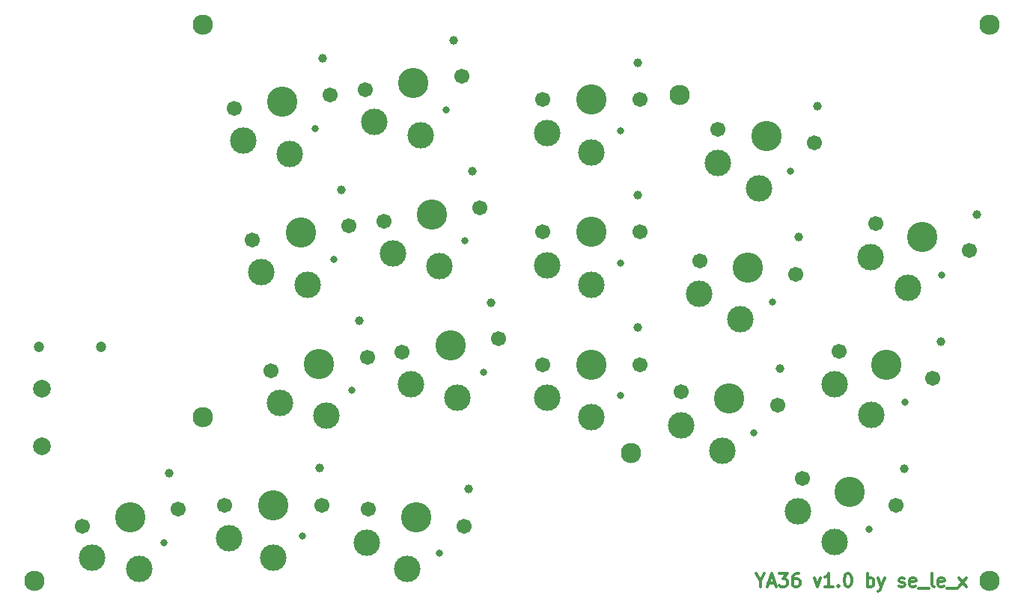
<source format=gbr>
G04 #@! TF.GenerationSoftware,KiCad,Pcbnew,(5.1.9)-1*
G04 #@! TF.CreationDate,2021-03-06T18:05:25-05:00*
G04 #@! TF.ProjectId,ya36,79613336-2e6b-4696-9361-645f70636258,rev?*
G04 #@! TF.SameCoordinates,Original*
G04 #@! TF.FileFunction,Soldermask,Top*
G04 #@! TF.FilePolarity,Negative*
%FSLAX46Y46*%
G04 Gerber Fmt 4.6, Leading zero omitted, Abs format (unit mm)*
G04 Created by KiCad (PCBNEW (5.1.9)-1) date 2021-03-06 18:05:25*
%MOMM*%
%LPD*%
G01*
G04 APERTURE LIST*
%ADD10C,0.300000*%
%ADD11C,0.990600*%
%ADD12C,3.000000*%
%ADD13C,3.429000*%
%ADD14C,1.701800*%
%ADD15C,0.800000*%
%ADD16C,2.300000*%
%ADD17C,2.000000*%
%ADD18C,1.200000*%
G04 APERTURE END LIST*
D10*
X237071428Y-114964285D02*
X237071428Y-115678571D01*
X236571428Y-114178571D02*
X237071428Y-114964285D01*
X237571428Y-114178571D01*
X238000000Y-115250000D02*
X238714285Y-115250000D01*
X237857142Y-115678571D02*
X238357142Y-114178571D01*
X238857142Y-115678571D01*
X239214285Y-114178571D02*
X240142857Y-114178571D01*
X239642857Y-114750000D01*
X239857142Y-114750000D01*
X240000000Y-114821428D01*
X240071428Y-114892857D01*
X240142857Y-115035714D01*
X240142857Y-115392857D01*
X240071428Y-115535714D01*
X240000000Y-115607142D01*
X239857142Y-115678571D01*
X239428571Y-115678571D01*
X239285714Y-115607142D01*
X239214285Y-115535714D01*
X241428571Y-114178571D02*
X241142857Y-114178571D01*
X241000000Y-114250000D01*
X240928571Y-114321428D01*
X240785714Y-114535714D01*
X240714285Y-114821428D01*
X240714285Y-115392857D01*
X240785714Y-115535714D01*
X240857142Y-115607142D01*
X241000000Y-115678571D01*
X241285714Y-115678571D01*
X241428571Y-115607142D01*
X241500000Y-115535714D01*
X241571428Y-115392857D01*
X241571428Y-115035714D01*
X241500000Y-114892857D01*
X241428571Y-114821428D01*
X241285714Y-114750000D01*
X241000000Y-114750000D01*
X240857142Y-114821428D01*
X240785714Y-114892857D01*
X240714285Y-115035714D01*
X243214285Y-114678571D02*
X243571428Y-115678571D01*
X243928571Y-114678571D01*
X245285714Y-115678571D02*
X244428571Y-115678571D01*
X244857142Y-115678571D02*
X244857142Y-114178571D01*
X244714285Y-114392857D01*
X244571428Y-114535714D01*
X244428571Y-114607142D01*
X245928571Y-115535714D02*
X246000000Y-115607142D01*
X245928571Y-115678571D01*
X245857142Y-115607142D01*
X245928571Y-115535714D01*
X245928571Y-115678571D01*
X246928571Y-114178571D02*
X247071428Y-114178571D01*
X247214285Y-114250000D01*
X247285714Y-114321428D01*
X247357142Y-114464285D01*
X247428571Y-114750000D01*
X247428571Y-115107142D01*
X247357142Y-115392857D01*
X247285714Y-115535714D01*
X247214285Y-115607142D01*
X247071428Y-115678571D01*
X246928571Y-115678571D01*
X246785714Y-115607142D01*
X246714285Y-115535714D01*
X246642857Y-115392857D01*
X246571428Y-115107142D01*
X246571428Y-114750000D01*
X246642857Y-114464285D01*
X246714285Y-114321428D01*
X246785714Y-114250000D01*
X246928571Y-114178571D01*
X249214285Y-115678571D02*
X249214285Y-114178571D01*
X249214285Y-114750000D02*
X249357142Y-114678571D01*
X249642857Y-114678571D01*
X249785714Y-114750000D01*
X249857142Y-114821428D01*
X249928571Y-114964285D01*
X249928571Y-115392857D01*
X249857142Y-115535714D01*
X249785714Y-115607142D01*
X249642857Y-115678571D01*
X249357142Y-115678571D01*
X249214285Y-115607142D01*
X250428571Y-114678571D02*
X250785714Y-115678571D01*
X251142857Y-114678571D02*
X250785714Y-115678571D01*
X250642857Y-116035714D01*
X250571428Y-116107142D01*
X250428571Y-116178571D01*
X252785714Y-115607142D02*
X252928571Y-115678571D01*
X253214285Y-115678571D01*
X253357142Y-115607142D01*
X253428571Y-115464285D01*
X253428571Y-115392857D01*
X253357142Y-115250000D01*
X253214285Y-115178571D01*
X253000000Y-115178571D01*
X252857142Y-115107142D01*
X252785714Y-114964285D01*
X252785714Y-114892857D01*
X252857142Y-114750000D01*
X253000000Y-114678571D01*
X253214285Y-114678571D01*
X253357142Y-114750000D01*
X254642857Y-115607142D02*
X254500000Y-115678571D01*
X254214285Y-115678571D01*
X254071428Y-115607142D01*
X254000000Y-115464285D01*
X254000000Y-114892857D01*
X254071428Y-114750000D01*
X254214285Y-114678571D01*
X254500000Y-114678571D01*
X254642857Y-114750000D01*
X254714285Y-114892857D01*
X254714285Y-115035714D01*
X254000000Y-115178571D01*
X255000000Y-115821428D02*
X256142857Y-115821428D01*
X256714285Y-115678571D02*
X256571428Y-115607142D01*
X256500000Y-115464285D01*
X256500000Y-114178571D01*
X257857142Y-115607142D02*
X257714285Y-115678571D01*
X257428571Y-115678571D01*
X257285714Y-115607142D01*
X257214285Y-115464285D01*
X257214285Y-114892857D01*
X257285714Y-114750000D01*
X257428571Y-114678571D01*
X257714285Y-114678571D01*
X257857142Y-114750000D01*
X257928571Y-114892857D01*
X257928571Y-115035714D01*
X257214285Y-115178571D01*
X258214285Y-115821428D02*
X259357142Y-115821428D01*
X259571428Y-115678571D02*
X260357142Y-114678571D01*
X259571428Y-114678571D02*
X260357142Y-115678571D01*
D11*
X206613864Y-83468412D03*
D12*
X202857272Y-94246116D03*
D13*
X202029192Y-88354021D03*
D12*
X197599751Y-92763392D03*
D14*
X207475666Y-87588569D03*
X196582718Y-89119473D03*
D15*
X205759426Y-91364167D03*
D11*
X191759843Y-85556008D03*
D12*
X188003251Y-96333712D03*
D13*
X187175171Y-90441617D03*
D12*
X182745730Y-94850988D03*
D14*
X192621645Y-89676165D03*
X181728697Y-91207069D03*
D15*
X190905405Y-93451763D03*
D11*
X187220000Y-102212426D03*
D12*
X182000000Y-112362426D03*
D13*
X182000000Y-106412426D03*
D12*
X177000000Y-110162426D03*
D14*
X187500000Y-106412426D03*
X176500000Y-106412426D03*
D15*
X185275000Y-109912426D03*
D11*
X223220000Y-86300000D03*
D12*
X218000000Y-96450000D03*
D13*
X218000000Y-90500000D03*
D12*
X213000000Y-94250000D03*
D14*
X223500000Y-90500000D03*
X212500000Y-90500000D03*
D15*
X221275000Y-94000000D03*
D11*
X170222955Y-102786093D03*
D12*
X166844788Y-113688335D03*
D13*
X165811581Y-107828729D03*
D12*
X161538723Y-112389999D03*
D14*
X171228024Y-106873664D03*
X160395138Y-108783794D03*
D15*
X169644595Y-110706858D03*
D11*
X204058439Y-104598980D03*
D12*
X197155213Y-113688335D03*
D13*
X198188420Y-107828729D03*
D12*
X192613201Y-110653517D03*
D14*
X203604863Y-108783794D03*
X192771977Y-106873664D03*
D15*
X200805897Y-111844254D03*
D16*
X263000000Y-52000000D03*
D17*
X155850000Y-93250000D03*
X155850000Y-99750000D03*
D16*
X263000000Y-115000000D03*
X222500000Y-100500000D03*
X174000000Y-52000000D03*
X228000000Y-60000000D03*
D18*
X162500000Y-88500000D03*
X155500000Y-88500000D03*
D16*
X174000000Y-96500000D03*
X155000000Y-115000000D03*
D11*
X223220000Y-56300000D03*
D12*
X218000000Y-66450000D03*
D13*
X218000000Y-60500000D03*
D12*
X213000000Y-64250000D03*
D14*
X223500000Y-60500000D03*
X212500000Y-60500000D03*
D15*
X221275000Y-64000000D03*
D11*
X241427438Y-76067357D03*
D12*
X234845632Y-85392094D03*
D13*
X235673712Y-79499999D03*
D12*
X230200473Y-82517639D03*
D14*
X241120186Y-80265451D03*
X230227238Y-78734547D03*
D15*
X238429734Y-83421729D03*
D11*
X189672246Y-70701987D03*
D12*
X185915654Y-81479691D03*
D13*
X185087574Y-75587596D03*
D12*
X180658133Y-79996967D03*
D14*
X190534048Y-74822144D03*
X179641100Y-76353048D03*
D15*
X188817808Y-78597742D03*
D11*
X239339841Y-90921379D03*
D12*
X232758035Y-100246116D03*
D13*
X233586115Y-94354021D03*
D12*
X228112876Y-97371661D03*
D14*
X239032589Y-95119473D03*
X228139641Y-93588569D03*
D15*
X236342137Y-98275751D03*
D11*
X253346564Y-102320453D03*
D12*
X245531059Y-110638432D03*
D13*
X247171101Y-104918925D03*
D12*
X241331152Y-107145470D03*
D14*
X252458040Y-106434930D03*
X241884162Y-103402920D03*
D15*
X249354502Y-109186053D03*
D11*
X223220000Y-71300000D03*
D12*
X218000000Y-81450000D03*
D13*
X218000000Y-75500000D03*
D12*
X213000000Y-79250000D03*
D14*
X223500000Y-75500000D03*
X212500000Y-75500000D03*
D15*
X221275000Y-79000000D03*
D11*
X204526267Y-68614392D03*
D12*
X200769675Y-79392096D03*
D13*
X199941595Y-73500001D03*
D12*
X195512154Y-77909372D03*
D14*
X205388069Y-72734549D03*
X194495121Y-74265453D03*
D15*
X203671829Y-76510147D03*
D11*
X187584650Y-55847967D03*
D12*
X183828058Y-66625671D03*
D13*
X182999978Y-60733576D03*
D12*
X178570537Y-65142947D03*
D14*
X188446452Y-59968124D03*
X177553504Y-61499028D03*
D15*
X186730212Y-63743722D03*
D11*
X243515034Y-61213337D03*
D12*
X236933228Y-70538074D03*
D13*
X237761308Y-64645979D03*
D12*
X232288069Y-67663619D03*
D14*
X243207782Y-65411431D03*
X232314834Y-63880527D03*
D15*
X240517330Y-68567709D03*
D11*
X261615685Y-73482602D03*
D12*
X253800180Y-81800581D03*
D13*
X255440222Y-76081074D03*
D12*
X249600273Y-78307619D03*
D14*
X260727161Y-77597079D03*
X250153283Y-74565069D03*
D15*
X257623623Y-80348202D03*
D11*
X202438671Y-53760370D03*
D12*
X198682079Y-64538074D03*
D13*
X197853999Y-58645979D03*
D12*
X193424558Y-63055350D03*
D14*
X203300473Y-57880527D03*
X192407525Y-59411431D03*
D15*
X201584233Y-61656125D03*
D11*
X257481124Y-87901527D03*
D12*
X249665619Y-96219506D03*
D13*
X251305661Y-90499999D03*
D12*
X245465712Y-92726544D03*
D14*
X256592600Y-92016004D03*
X246018722Y-88983994D03*
D15*
X253489062Y-94767127D03*
M02*

</source>
